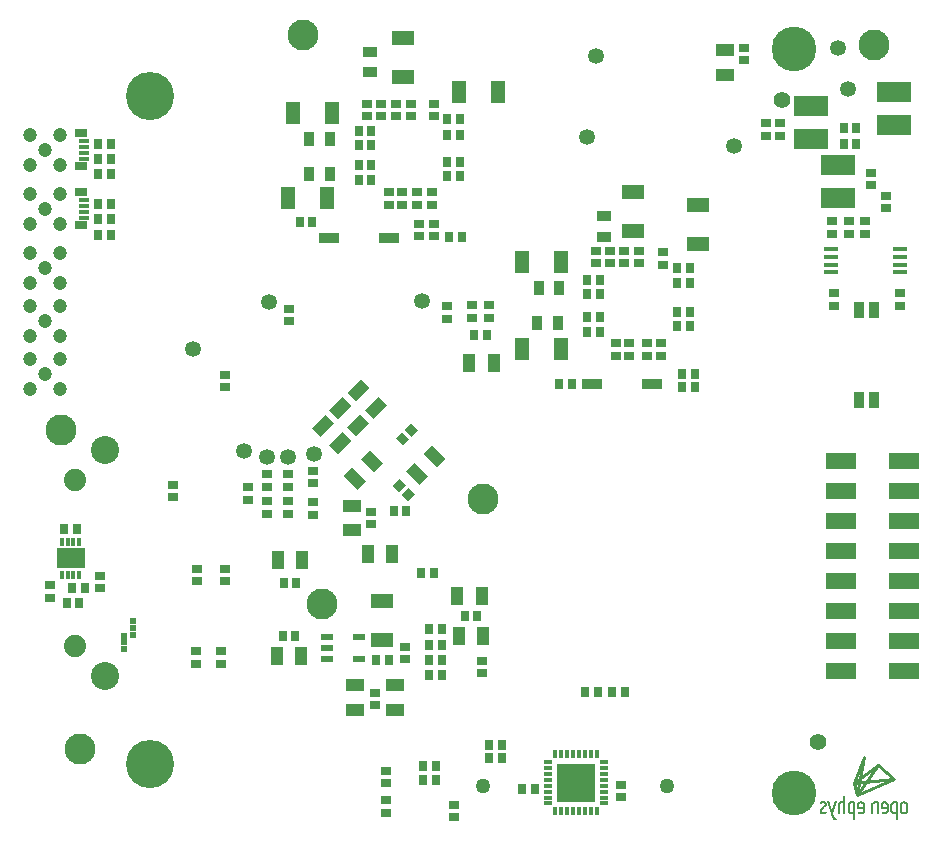
<source format=gbs>
G75*
%MOIN*%
%OFA0B0*%
%FSLAX25Y25*%
%IPPOS*%
%LPD*%
%AMOC8*
5,1,8,0,0,1.08239X$1,22.5*
%
%ADD10C,0.04724*%
%ADD11R,0.03015X0.03315*%
%ADD12R,0.03315X0.03015*%
%ADD13R,0.04115X0.06315*%
%ADD14R,0.05115X0.07715*%
%ADD15R,0.07715X0.05115*%
%ADD16R,0.03815X0.04515*%
%ADD17R,0.04515X0.03815*%
%ADD18C,0.16063*%
%ADD19C,0.07402*%
%ADD20C,0.09370*%
%ADD21R,0.06614X0.03307*%
%ADD22R,0.11315X0.06815*%
%ADD23R,0.06315X0.04115*%
%ADD24C,0.05315*%
%ADD25C,0.10315*%
%ADD26R,0.10315X0.05315*%
%ADD27R,0.04252X0.02480*%
%ADD28C,0.14915*%
%ADD29C,0.05515*%
%ADD30R,0.05039X0.01693*%
%ADD31C,0.05000*%
%ADD32R,0.12520X0.12520*%
%ADD33R,0.01299X0.02677*%
%ADD34R,0.02677X0.01299*%
%ADD35R,0.03307X0.05315*%
%ADD36R,0.03465X0.01496*%
%ADD37R,0.03858X0.02677*%
%ADD38R,0.02015X0.02015*%
%ADD39R,0.01299X0.03071*%
%ADD40R,0.09685X0.06811*%
%ADD41C,0.01083*%
%ADD42C,0.00709*%
D10*
X0049543Y0187339D03*
X0054543Y0192339D03*
X0049543Y0197339D03*
X0049543Y0205055D03*
X0054543Y0210055D03*
X0049543Y0215055D03*
X0059543Y0215055D03*
X0059543Y0222772D03*
X0054543Y0227772D03*
X0049543Y0232772D03*
X0059543Y0232772D03*
X0049543Y0222772D03*
X0049543Y0242457D03*
X0054543Y0247457D03*
X0049543Y0252457D03*
X0059543Y0252457D03*
X0059543Y0262142D03*
X0054543Y0267142D03*
X0049543Y0272142D03*
X0059543Y0272142D03*
X0049543Y0262142D03*
X0059543Y0242457D03*
X0059543Y0205055D03*
X0059543Y0197339D03*
X0059543Y0187339D03*
D11*
X0061105Y0140764D03*
X0065305Y0140764D03*
X0063861Y0121079D03*
X0068061Y0121079D03*
X0066092Y0115961D03*
X0061892Y0115961D03*
X0134333Y0122654D03*
X0138533Y0122654D03*
X0138139Y0104937D03*
X0133939Y0104937D03*
X0165042Y0097063D03*
X0169242Y0097063D03*
X0182758Y0097063D03*
X0186958Y0097063D03*
X0186958Y0091945D03*
X0182758Y0091945D03*
X0182758Y0102181D03*
X0186958Y0102181D03*
X0186958Y0107299D03*
X0182758Y0107299D03*
X0194569Y0111630D03*
X0198769Y0111630D03*
X0184202Y0126197D03*
X0180002Y0126197D03*
X0175147Y0146669D03*
X0170947Y0146669D03*
G36*
X0175819Y0154508D02*
X0177950Y0152377D01*
X0175607Y0150034D01*
X0173476Y0152165D01*
X0175819Y0154508D01*
G37*
G36*
X0172849Y0157478D02*
X0174980Y0155347D01*
X0172637Y0153004D01*
X0170506Y0155135D01*
X0172849Y0157478D01*
G37*
G36*
X0171688Y0170881D02*
X0173819Y0173012D01*
X0176162Y0170669D01*
X0174031Y0168538D01*
X0171688Y0170881D01*
G37*
G36*
X0174657Y0173851D02*
X0176788Y0175982D01*
X0179131Y0173639D01*
X0177000Y0171508D01*
X0174657Y0173851D01*
G37*
X0197719Y0205331D03*
X0201919Y0205331D03*
X0226065Y0189189D03*
X0230265Y0189189D03*
X0235514Y0206512D03*
X0239714Y0206512D03*
X0239714Y0211236D03*
X0235514Y0211236D03*
X0235514Y0219110D03*
X0239714Y0219110D03*
X0239714Y0223835D03*
X0235514Y0223835D03*
X0265435Y0222654D03*
X0269635Y0222654D03*
X0269635Y0227772D03*
X0265435Y0227772D03*
X0265435Y0213205D03*
X0269635Y0213205D03*
X0269635Y0208480D03*
X0265435Y0208480D03*
X0267010Y0192339D03*
X0271210Y0192339D03*
X0271210Y0188008D03*
X0267010Y0188008D03*
X0193651Y0238008D03*
X0189451Y0238008D03*
X0188854Y0258278D03*
X0193054Y0258278D03*
X0193054Y0263200D03*
X0188854Y0263200D03*
X0188854Y0272156D03*
X0193054Y0272156D03*
X0193054Y0277471D03*
X0188854Y0277471D03*
X0163526Y0273534D03*
X0159326Y0273534D03*
X0159326Y0268613D03*
X0163526Y0268613D03*
X0163519Y0261925D03*
X0159319Y0261925D03*
X0159319Y0257004D03*
X0163519Y0257004D03*
X0143809Y0243047D03*
X0139609Y0243047D03*
X0076722Y0243913D03*
X0072522Y0243913D03*
X0072522Y0249031D03*
X0076722Y0249031D03*
X0076722Y0258874D03*
X0072522Y0258874D03*
X0072522Y0263992D03*
X0076722Y0263992D03*
X0076722Y0269110D03*
X0072522Y0269110D03*
X0072522Y0238795D03*
X0076722Y0238795D03*
X0234727Y0086433D03*
X0238927Y0086433D03*
X0243782Y0086433D03*
X0247982Y0086433D03*
X0207037Y0068717D03*
X0202837Y0068717D03*
X0202837Y0064386D03*
X0207037Y0064386D03*
X0213861Y0054150D03*
X0218061Y0054150D03*
X0184990Y0056906D03*
X0180790Y0056906D03*
X0180790Y0061630D03*
X0184990Y0061630D03*
X0320947Y0269110D03*
X0325147Y0269110D03*
X0325147Y0274228D03*
X0320947Y0274228D03*
D12*
X0299819Y0275935D03*
X0299819Y0271735D03*
X0295094Y0271735D03*
X0295094Y0275935D03*
X0287614Y0296931D03*
X0287614Y0301131D03*
X0329997Y0259531D03*
X0329997Y0255331D03*
X0334995Y0251787D03*
X0334995Y0247587D03*
X0328165Y0243257D03*
X0328165Y0239057D03*
X0322654Y0239057D03*
X0317142Y0239057D03*
X0317142Y0243257D03*
X0322654Y0243257D03*
X0317535Y0219242D03*
X0317535Y0215042D03*
X0339583Y0215042D03*
X0339583Y0219242D03*
X0260843Y0228821D03*
X0260843Y0233021D03*
X0252575Y0233415D03*
X0247850Y0233415D03*
X0243126Y0233415D03*
X0238402Y0233415D03*
X0238402Y0229215D03*
X0243126Y0229215D03*
X0247850Y0229215D03*
X0252575Y0229215D03*
X0255331Y0202706D03*
X0260055Y0202706D03*
X0260055Y0198506D03*
X0255331Y0198506D03*
X0249386Y0198506D03*
X0245094Y0198506D03*
X0245094Y0202706D03*
X0249386Y0202706D03*
X0202575Y0211105D03*
X0202575Y0215305D03*
X0197063Y0215305D03*
X0197063Y0211105D03*
X0188795Y0210711D03*
X0188795Y0214911D03*
X0184465Y0238270D03*
X0184465Y0242470D03*
X0179346Y0242470D03*
X0179346Y0238270D03*
X0178650Y0248796D03*
X0178650Y0252996D03*
X0173729Y0252996D03*
X0173729Y0248796D03*
X0169300Y0248796D03*
X0169300Y0252996D03*
X0183572Y0252996D03*
X0183572Y0248796D03*
X0184261Y0278324D03*
X0184261Y0282524D03*
X0176682Y0282524D03*
X0176682Y0278324D03*
X0171761Y0278324D03*
X0171761Y0282524D03*
X0166839Y0282524D03*
X0166839Y0278324D03*
X0161918Y0278324D03*
X0161918Y0282524D03*
X0136039Y0214124D03*
X0136039Y0209924D03*
X0114780Y0192076D03*
X0114780Y0187876D03*
X0128559Y0159006D03*
X0135646Y0159006D03*
X0135646Y0154806D03*
X0135646Y0149950D03*
X0135646Y0145750D03*
X0128559Y0145750D03*
X0128559Y0149950D03*
X0128559Y0154806D03*
X0122260Y0154675D03*
X0122260Y0150475D03*
X0143913Y0149557D03*
X0143913Y0145357D03*
X0143913Y0155987D03*
X0143913Y0160187D03*
X0163205Y0146407D03*
X0163205Y0142207D03*
X0114780Y0127509D03*
X0114780Y0123309D03*
X0105331Y0123309D03*
X0105331Y0127509D03*
X0097457Y0151262D03*
X0097457Y0155462D03*
X0073047Y0125147D03*
X0073047Y0120947D03*
X0056512Y0121998D03*
X0056512Y0117798D03*
X0104937Y0099950D03*
X0104937Y0095750D03*
X0113205Y0095750D03*
X0113205Y0099950D03*
X0164780Y0086171D03*
X0164780Y0081971D03*
X0174622Y0097325D03*
X0174622Y0101525D03*
X0200213Y0096801D03*
X0200213Y0092601D03*
X0168323Y0060187D03*
X0168323Y0055987D03*
X0168323Y0050344D03*
X0168323Y0046144D03*
X0191157Y0044569D03*
X0191157Y0048769D03*
X0246669Y0051262D03*
X0246669Y0055462D03*
D13*
X0200769Y0104937D03*
X0192569Y0104937D03*
X0192176Y0118323D03*
X0200376Y0118323D03*
X0170454Y0132496D03*
X0162254Y0132496D03*
X0140533Y0130528D03*
X0132333Y0130528D03*
G36*
X0161629Y0156773D02*
X0158720Y0153864D01*
X0154257Y0158327D01*
X0157166Y0161236D01*
X0161629Y0156773D01*
G37*
G36*
X0167428Y0162571D02*
X0164519Y0159662D01*
X0160056Y0164125D01*
X0162965Y0167034D01*
X0167428Y0162571D01*
G37*
G36*
X0175124Y0159901D02*
X0178033Y0162810D01*
X0182496Y0158347D01*
X0179587Y0155438D01*
X0175124Y0159901D01*
G37*
G36*
X0180922Y0165700D02*
X0183831Y0168609D01*
X0188294Y0164146D01*
X0185385Y0161237D01*
X0180922Y0165700D01*
G37*
G36*
X0165700Y0184858D02*
X0168609Y0181949D01*
X0164146Y0177486D01*
X0161237Y0180395D01*
X0165700Y0184858D01*
G37*
G36*
X0159901Y0190656D02*
X0162810Y0187747D01*
X0158347Y0183284D01*
X0155438Y0186193D01*
X0159901Y0190656D01*
G37*
G36*
X0153996Y0184750D02*
X0156905Y0181841D01*
X0152442Y0177378D01*
X0149533Y0180287D01*
X0153996Y0184750D01*
G37*
G36*
X0159794Y0178952D02*
X0162703Y0176043D01*
X0158240Y0171580D01*
X0155331Y0174489D01*
X0159794Y0178952D01*
G37*
G36*
X0153889Y0173047D02*
X0156798Y0170138D01*
X0152335Y0165675D01*
X0149426Y0168584D01*
X0153889Y0173047D01*
G37*
G36*
X0148090Y0178845D02*
X0150999Y0175936D01*
X0146536Y0171473D01*
X0143627Y0174382D01*
X0148090Y0178845D01*
G37*
X0196113Y0195882D03*
X0204313Y0195882D03*
X0140139Y0098244D03*
X0131939Y0098244D03*
D14*
X0213791Y0200606D03*
X0226791Y0200606D03*
X0226791Y0229740D03*
X0213791Y0229740D03*
X0148635Y0251093D03*
X0135635Y0251093D03*
X0137209Y0279440D03*
X0150209Y0279440D03*
X0192687Y0286455D03*
X0205687Y0286455D03*
D15*
X0174128Y0291451D03*
X0174128Y0304451D03*
X0250606Y0253169D03*
X0250606Y0240169D03*
X0272260Y0235839D03*
X0272260Y0248839D03*
X0167142Y0116555D03*
X0167142Y0103555D03*
D16*
X0218860Y0209268D03*
X0225660Y0209268D03*
X0226054Y0221079D03*
X0219254Y0221079D03*
X0149570Y0259164D03*
X0142770Y0259164D03*
X0142770Y0270581D03*
X0149570Y0270581D03*
D17*
X0162909Y0293062D03*
X0162909Y0299862D03*
X0241157Y0244951D03*
X0241157Y0238151D03*
D18*
X0089583Y0062417D03*
X0089583Y0285055D03*
D19*
X0064780Y0156906D03*
X0064780Y0101787D03*
D20*
X0074622Y0091551D03*
X0074622Y0167142D03*
D21*
X0149425Y0237614D03*
X0169425Y0237614D03*
X0236906Y0189189D03*
X0256906Y0189189D03*
D22*
X0319110Y0251012D03*
X0319110Y0262012D03*
X0310055Y0270697D03*
X0310055Y0281697D03*
X0337614Y0286421D03*
X0337614Y0275421D03*
D23*
X0281315Y0292176D03*
X0281315Y0300376D03*
X0156906Y0148407D03*
X0156906Y0140207D03*
X0158087Y0088565D03*
X0158087Y0080365D03*
X0171472Y0080365D03*
X0171472Y0088565D03*
D24*
X0135646Y0164780D03*
X0128559Y0164780D03*
X0121079Y0166748D03*
X0144307Y0165567D03*
X0104150Y0200606D03*
X0129346Y0216354D03*
X0180528Y0216748D03*
X0235252Y0271472D03*
X0238402Y0298244D03*
X0284465Y0268323D03*
X0322260Y0287220D03*
X0319110Y0301000D03*
D25*
X0330921Y0302181D03*
X0140764Y0305331D03*
X0060055Y0173835D03*
X0147063Y0115567D03*
X0200606Y0150606D03*
X0066354Y0067535D03*
D26*
X0319898Y0093520D03*
X0319898Y0103520D03*
X0319898Y0113520D03*
X0319898Y0123520D03*
X0319898Y0133520D03*
X0319898Y0143520D03*
X0319898Y0153520D03*
X0319898Y0163520D03*
X0341157Y0163520D03*
X0341157Y0153520D03*
X0341157Y0143520D03*
X0341157Y0133520D03*
X0341157Y0123520D03*
X0341157Y0113520D03*
X0341157Y0103520D03*
X0341157Y0093520D03*
D27*
X0159465Y0097260D03*
X0159465Y0104740D03*
X0148835Y0104740D03*
X0148835Y0101000D03*
X0148835Y0097260D03*
D28*
X0304417Y0052591D03*
X0304417Y0300591D03*
D29*
X0300409Y0283641D03*
X0312417Y0069641D03*
D30*
X0316650Y0226295D03*
X0316650Y0228854D03*
X0316650Y0231413D03*
X0316650Y0233972D03*
X0339681Y0233972D03*
X0339681Y0231413D03*
X0339681Y0228854D03*
X0339681Y0226295D03*
D31*
X0261906Y0054937D03*
X0200724Y0054937D03*
D32*
X0231709Y0056118D03*
D33*
X0232693Y0046669D03*
X0234661Y0046669D03*
X0236630Y0046669D03*
X0238598Y0046669D03*
X0230724Y0046669D03*
X0228756Y0046669D03*
X0226787Y0046669D03*
X0224819Y0046669D03*
X0224819Y0065567D03*
X0226787Y0065567D03*
X0228756Y0065567D03*
X0230724Y0065567D03*
X0232693Y0065567D03*
X0234661Y0065567D03*
X0236630Y0065567D03*
X0238598Y0065567D03*
D34*
X0241157Y0063008D03*
X0241157Y0061039D03*
X0241157Y0059071D03*
X0241157Y0057102D03*
X0241157Y0055134D03*
X0241157Y0053165D03*
X0241157Y0051197D03*
X0241157Y0049228D03*
X0222260Y0049228D03*
X0222260Y0051197D03*
X0222260Y0053165D03*
X0222260Y0055134D03*
X0222260Y0057102D03*
X0222260Y0059071D03*
X0222260Y0061039D03*
X0222260Y0063008D03*
D35*
X0326059Y0183638D03*
X0331059Y0183638D03*
X0331059Y0213638D03*
X0326059Y0213638D03*
D36*
X0067535Y0244504D03*
X0067535Y0246472D03*
X0067535Y0248441D03*
X0067535Y0250409D03*
X0067535Y0264189D03*
X0067535Y0266157D03*
X0067535Y0268126D03*
X0067535Y0270094D03*
D37*
X0066551Y0272654D03*
X0066551Y0261630D03*
X0066551Y0252969D03*
X0066551Y0241945D03*
D38*
X0084071Y0109893D03*
X0084071Y0107693D03*
X0084071Y0105493D03*
X0080921Y0105169D03*
X0080921Y0102969D03*
X0080921Y0100769D03*
D39*
X0066157Y0125409D03*
X0064189Y0125409D03*
X0062220Y0125409D03*
X0060252Y0125409D03*
X0060252Y0136433D03*
X0062220Y0136433D03*
X0064189Y0136433D03*
X0066157Y0136433D03*
D40*
X0063205Y0130921D03*
D41*
X0324228Y0056118D02*
X0325409Y0052181D01*
X0332496Y0062024D01*
X0337614Y0057299D01*
X0324228Y0056118D01*
X0332496Y0062024D01*
X0327772Y0064780D02*
X0324228Y0056118D01*
X0325409Y0052181D02*
X0327772Y0064780D01*
X0337614Y0057299D02*
X0325409Y0052181D01*
D42*
X0324465Y0049583D02*
X0323283Y0049583D01*
X0323232Y0049581D01*
X0323182Y0049576D01*
X0323132Y0049567D01*
X0323083Y0049554D01*
X0323035Y0049538D01*
X0322988Y0049519D01*
X0322943Y0049496D01*
X0322900Y0049470D01*
X0322858Y0049442D01*
X0322819Y0049410D01*
X0322782Y0049375D01*
X0322747Y0049338D01*
X0322715Y0049299D01*
X0322687Y0049257D01*
X0322661Y0049214D01*
X0322638Y0049169D01*
X0322619Y0049122D01*
X0322603Y0049074D01*
X0322590Y0049025D01*
X0322581Y0048975D01*
X0322576Y0048925D01*
X0322574Y0048874D01*
X0322575Y0048874D02*
X0322575Y0046827D01*
X0322574Y0046827D02*
X0322576Y0046776D01*
X0322581Y0046726D01*
X0322590Y0046676D01*
X0322603Y0046627D01*
X0322619Y0046579D01*
X0322638Y0046532D01*
X0322661Y0046487D01*
X0322687Y0046444D01*
X0322715Y0046402D01*
X0322747Y0046363D01*
X0322782Y0046326D01*
X0322819Y0046291D01*
X0322858Y0046259D01*
X0322900Y0046231D01*
X0322943Y0046205D01*
X0322988Y0046182D01*
X0323035Y0046163D01*
X0323083Y0046147D01*
X0323132Y0046134D01*
X0323182Y0046125D01*
X0323232Y0046120D01*
X0323283Y0046118D01*
X0324465Y0046118D01*
X0324465Y0049583D01*
X0325724Y0048795D02*
X0325724Y0047850D01*
X0327378Y0047850D01*
X0327614Y0046827D02*
X0327614Y0048874D01*
X0327615Y0048874D02*
X0327613Y0048925D01*
X0327608Y0048975D01*
X0327599Y0049025D01*
X0327586Y0049074D01*
X0327570Y0049122D01*
X0327551Y0049169D01*
X0327528Y0049214D01*
X0327502Y0049257D01*
X0327474Y0049299D01*
X0327442Y0049338D01*
X0327407Y0049375D01*
X0327370Y0049410D01*
X0327331Y0049442D01*
X0327289Y0049470D01*
X0327246Y0049496D01*
X0327201Y0049519D01*
X0327154Y0049538D01*
X0327106Y0049554D01*
X0327057Y0049567D01*
X0327007Y0049576D01*
X0326957Y0049581D01*
X0326906Y0049583D01*
X0326433Y0049583D01*
X0326382Y0049581D01*
X0326332Y0049576D01*
X0326282Y0049567D01*
X0326233Y0049554D01*
X0326185Y0049538D01*
X0326138Y0049519D01*
X0326093Y0049496D01*
X0326050Y0049470D01*
X0326008Y0049442D01*
X0325969Y0049410D01*
X0325932Y0049375D01*
X0325897Y0049338D01*
X0325865Y0049299D01*
X0325837Y0049257D01*
X0325811Y0049214D01*
X0325788Y0049169D01*
X0325769Y0049122D01*
X0325753Y0049074D01*
X0325740Y0049025D01*
X0325731Y0048975D01*
X0325726Y0048925D01*
X0325724Y0048874D01*
X0327615Y0046827D02*
X0327613Y0046776D01*
X0327608Y0046726D01*
X0327599Y0046676D01*
X0327586Y0046627D01*
X0327570Y0046579D01*
X0327551Y0046532D01*
X0327528Y0046487D01*
X0327502Y0046444D01*
X0327474Y0046402D01*
X0327442Y0046363D01*
X0327407Y0046326D01*
X0327370Y0046291D01*
X0327331Y0046259D01*
X0327289Y0046231D01*
X0327246Y0046205D01*
X0327201Y0046182D01*
X0327154Y0046163D01*
X0327106Y0046147D01*
X0327057Y0046134D01*
X0327007Y0046125D01*
X0326957Y0046120D01*
X0326906Y0046118D01*
X0326197Y0046118D01*
X0326166Y0046120D01*
X0326136Y0046125D01*
X0326106Y0046133D01*
X0326077Y0046145D01*
X0326050Y0046160D01*
X0326025Y0046178D01*
X0326002Y0046199D01*
X0325981Y0046222D01*
X0325963Y0046247D01*
X0325948Y0046274D01*
X0325936Y0046303D01*
X0325928Y0046333D01*
X0325923Y0046363D01*
X0325921Y0046394D01*
X0324465Y0046079D02*
X0324465Y0044031D01*
X0321157Y0046157D02*
X0321157Y0051748D01*
X0320882Y0049583D02*
X0319976Y0049583D01*
X0319925Y0049581D01*
X0319875Y0049576D01*
X0319825Y0049567D01*
X0319776Y0049554D01*
X0319728Y0049538D01*
X0319681Y0049519D01*
X0319636Y0049496D01*
X0319593Y0049470D01*
X0319551Y0049442D01*
X0319512Y0049410D01*
X0319475Y0049375D01*
X0319440Y0049338D01*
X0319408Y0049299D01*
X0319380Y0049257D01*
X0319354Y0049214D01*
X0319331Y0049169D01*
X0319312Y0049122D01*
X0319296Y0049074D01*
X0319283Y0049025D01*
X0319274Y0048975D01*
X0319269Y0048925D01*
X0319267Y0048874D01*
X0319268Y0048874D02*
X0319228Y0046118D01*
X0317063Y0046157D02*
X0318362Y0049937D01*
X0315843Y0049937D02*
X0317496Y0044622D01*
X0317535Y0044543D02*
X0317811Y0044150D01*
X0318165Y0044071D01*
X0318362Y0044071D01*
X0314937Y0046315D02*
X0314937Y0046394D01*
X0314937Y0046315D02*
X0314858Y0046197D01*
X0314661Y0046079D01*
X0314504Y0046000D01*
X0314465Y0046000D02*
X0313992Y0046000D01*
X0313941Y0046002D01*
X0313891Y0046007D01*
X0313841Y0046016D01*
X0313792Y0046029D01*
X0313744Y0046045D01*
X0313697Y0046064D01*
X0313652Y0046087D01*
X0313609Y0046113D01*
X0313567Y0046141D01*
X0313528Y0046173D01*
X0313491Y0046208D01*
X0313456Y0046245D01*
X0313424Y0046284D01*
X0313396Y0046326D01*
X0313370Y0046369D01*
X0313347Y0046414D01*
X0313328Y0046461D01*
X0313312Y0046509D01*
X0313299Y0046558D01*
X0313290Y0046608D01*
X0313285Y0046658D01*
X0313283Y0046709D01*
X0313283Y0046748D02*
X0313283Y0046945D01*
X0313323Y0047142D01*
X0313677Y0047496D01*
X0314307Y0047969D01*
X0314189Y0047890D02*
X0314819Y0048362D01*
X0314976Y0048598D01*
X0315016Y0048795D01*
X0315016Y0048992D01*
X0315016Y0049031D02*
X0315014Y0049082D01*
X0315009Y0049132D01*
X0315000Y0049182D01*
X0314987Y0049231D01*
X0314971Y0049279D01*
X0314952Y0049326D01*
X0314929Y0049371D01*
X0314903Y0049414D01*
X0314875Y0049456D01*
X0314843Y0049495D01*
X0314808Y0049532D01*
X0314771Y0049567D01*
X0314732Y0049599D01*
X0314690Y0049627D01*
X0314647Y0049653D01*
X0314602Y0049676D01*
X0314555Y0049695D01*
X0314507Y0049711D01*
X0314458Y0049724D01*
X0314408Y0049733D01*
X0314358Y0049738D01*
X0314307Y0049740D01*
X0313835Y0049740D01*
X0313795Y0049740D02*
X0313638Y0049661D01*
X0313441Y0049543D01*
X0313362Y0049425D01*
X0313362Y0049346D01*
X0330449Y0048874D02*
X0330449Y0046118D01*
X0332339Y0046118D02*
X0332339Y0049583D01*
X0331157Y0049583D01*
X0331106Y0049581D01*
X0331056Y0049576D01*
X0331006Y0049567D01*
X0330957Y0049554D01*
X0330909Y0049538D01*
X0330862Y0049519D01*
X0330817Y0049496D01*
X0330774Y0049470D01*
X0330732Y0049442D01*
X0330693Y0049410D01*
X0330656Y0049375D01*
X0330621Y0049338D01*
X0330589Y0049299D01*
X0330561Y0049257D01*
X0330535Y0049214D01*
X0330512Y0049169D01*
X0330493Y0049122D01*
X0330477Y0049074D01*
X0330464Y0049025D01*
X0330455Y0048975D01*
X0330450Y0048925D01*
X0330448Y0048874D01*
X0333677Y0048795D02*
X0333677Y0047850D01*
X0335331Y0047850D01*
X0335567Y0046827D02*
X0335567Y0048874D01*
X0335565Y0048925D01*
X0335560Y0048975D01*
X0335551Y0049025D01*
X0335538Y0049074D01*
X0335522Y0049122D01*
X0335503Y0049169D01*
X0335480Y0049214D01*
X0335454Y0049257D01*
X0335426Y0049299D01*
X0335394Y0049338D01*
X0335359Y0049375D01*
X0335322Y0049410D01*
X0335283Y0049442D01*
X0335241Y0049470D01*
X0335198Y0049496D01*
X0335153Y0049519D01*
X0335106Y0049538D01*
X0335058Y0049554D01*
X0335009Y0049567D01*
X0334959Y0049576D01*
X0334909Y0049581D01*
X0334858Y0049583D01*
X0334386Y0049583D01*
X0334335Y0049581D01*
X0334285Y0049576D01*
X0334235Y0049567D01*
X0334186Y0049554D01*
X0334138Y0049538D01*
X0334091Y0049519D01*
X0334046Y0049496D01*
X0334003Y0049470D01*
X0333961Y0049442D01*
X0333922Y0049410D01*
X0333885Y0049375D01*
X0333850Y0049338D01*
X0333818Y0049299D01*
X0333790Y0049257D01*
X0333764Y0049214D01*
X0333741Y0049169D01*
X0333722Y0049122D01*
X0333706Y0049074D01*
X0333693Y0049025D01*
X0333684Y0048975D01*
X0333679Y0048925D01*
X0333677Y0048874D01*
X0335567Y0046827D02*
X0335565Y0046776D01*
X0335560Y0046726D01*
X0335551Y0046676D01*
X0335538Y0046627D01*
X0335522Y0046579D01*
X0335503Y0046532D01*
X0335480Y0046487D01*
X0335454Y0046444D01*
X0335426Y0046402D01*
X0335394Y0046363D01*
X0335359Y0046326D01*
X0335322Y0046291D01*
X0335283Y0046259D01*
X0335241Y0046231D01*
X0335198Y0046205D01*
X0335153Y0046182D01*
X0335106Y0046163D01*
X0335058Y0046147D01*
X0335009Y0046134D01*
X0334959Y0046125D01*
X0334909Y0046120D01*
X0334858Y0046118D01*
X0334150Y0046118D01*
X0334119Y0046120D01*
X0334089Y0046125D01*
X0334059Y0046133D01*
X0334030Y0046145D01*
X0334003Y0046160D01*
X0333978Y0046178D01*
X0333955Y0046199D01*
X0333934Y0046222D01*
X0333916Y0046247D01*
X0333901Y0046274D01*
X0333889Y0046303D01*
X0333881Y0046333D01*
X0333876Y0046363D01*
X0333874Y0046394D01*
X0336866Y0046827D02*
X0336866Y0048874D01*
X0336868Y0048925D01*
X0336873Y0048975D01*
X0336882Y0049025D01*
X0336895Y0049074D01*
X0336911Y0049122D01*
X0336930Y0049169D01*
X0336953Y0049214D01*
X0336979Y0049257D01*
X0337007Y0049299D01*
X0337039Y0049338D01*
X0337074Y0049375D01*
X0337111Y0049410D01*
X0337150Y0049442D01*
X0337192Y0049470D01*
X0337235Y0049496D01*
X0337280Y0049519D01*
X0337327Y0049538D01*
X0337375Y0049554D01*
X0337424Y0049567D01*
X0337474Y0049576D01*
X0337524Y0049581D01*
X0337575Y0049583D01*
X0338756Y0049583D01*
X0338756Y0046118D01*
X0337575Y0046118D01*
X0337524Y0046120D01*
X0337474Y0046125D01*
X0337424Y0046134D01*
X0337375Y0046147D01*
X0337327Y0046163D01*
X0337280Y0046182D01*
X0337235Y0046205D01*
X0337192Y0046231D01*
X0337150Y0046259D01*
X0337111Y0046291D01*
X0337074Y0046326D01*
X0337039Y0046363D01*
X0337007Y0046402D01*
X0336979Y0046444D01*
X0336953Y0046487D01*
X0336930Y0046532D01*
X0336911Y0046579D01*
X0336895Y0046627D01*
X0336882Y0046676D01*
X0336873Y0046726D01*
X0336868Y0046776D01*
X0336866Y0046827D01*
X0338756Y0046079D02*
X0338756Y0044031D01*
X0340764Y0046118D02*
X0341236Y0046118D01*
X0341287Y0046120D01*
X0341337Y0046125D01*
X0341387Y0046134D01*
X0341436Y0046147D01*
X0341484Y0046163D01*
X0341531Y0046182D01*
X0341576Y0046205D01*
X0341619Y0046231D01*
X0341661Y0046259D01*
X0341700Y0046291D01*
X0341737Y0046326D01*
X0341772Y0046363D01*
X0341804Y0046402D01*
X0341832Y0046444D01*
X0341858Y0046487D01*
X0341881Y0046532D01*
X0341900Y0046579D01*
X0341916Y0046627D01*
X0341929Y0046676D01*
X0341938Y0046726D01*
X0341943Y0046776D01*
X0341945Y0046827D01*
X0341945Y0048874D01*
X0341943Y0048925D01*
X0341938Y0048975D01*
X0341929Y0049025D01*
X0341916Y0049074D01*
X0341900Y0049122D01*
X0341881Y0049169D01*
X0341858Y0049214D01*
X0341832Y0049257D01*
X0341804Y0049299D01*
X0341772Y0049338D01*
X0341737Y0049375D01*
X0341700Y0049410D01*
X0341661Y0049442D01*
X0341619Y0049470D01*
X0341576Y0049496D01*
X0341531Y0049519D01*
X0341484Y0049538D01*
X0341436Y0049554D01*
X0341387Y0049567D01*
X0341337Y0049576D01*
X0341287Y0049581D01*
X0341236Y0049583D01*
X0340764Y0049583D01*
X0340713Y0049581D01*
X0340663Y0049576D01*
X0340613Y0049567D01*
X0340564Y0049554D01*
X0340516Y0049538D01*
X0340469Y0049519D01*
X0340424Y0049496D01*
X0340381Y0049470D01*
X0340339Y0049442D01*
X0340300Y0049410D01*
X0340263Y0049375D01*
X0340228Y0049338D01*
X0340196Y0049299D01*
X0340168Y0049257D01*
X0340142Y0049214D01*
X0340119Y0049169D01*
X0340100Y0049122D01*
X0340084Y0049074D01*
X0340071Y0049025D01*
X0340062Y0048975D01*
X0340057Y0048925D01*
X0340055Y0048874D01*
X0340055Y0046827D01*
X0340057Y0046776D01*
X0340062Y0046726D01*
X0340071Y0046676D01*
X0340084Y0046627D01*
X0340100Y0046579D01*
X0340119Y0046532D01*
X0340142Y0046487D01*
X0340168Y0046444D01*
X0340196Y0046402D01*
X0340228Y0046363D01*
X0340263Y0046326D01*
X0340300Y0046291D01*
X0340339Y0046259D01*
X0340381Y0046231D01*
X0340424Y0046205D01*
X0340469Y0046182D01*
X0340516Y0046163D01*
X0340564Y0046147D01*
X0340613Y0046134D01*
X0340663Y0046125D01*
X0340713Y0046120D01*
X0340764Y0046118D01*
M02*

</source>
